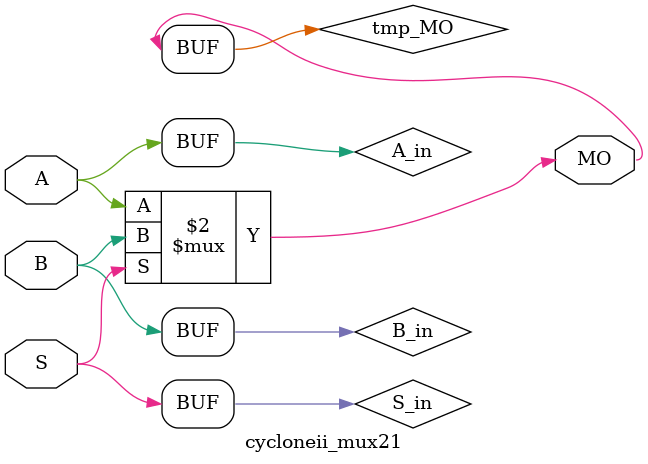
<source format=v>
module cycloneii_mux21 (MO, A, B, S);
   input A, B, S;
   output MO;
   wire A_in;
   wire B_in;
   wire S_in;
   buf(A_in, A);
   buf(B_in, B);
   buf(S_in, S);
   wire   tmp_MO;
   specify
      (A => MO) = (0, 0);
      (B => MO) = (0, 0);
      (S => MO) = (0, 0);
   endspecify
   assign tmp_MO = (S_in == 1) ? B_in : A_in;
   buf (MO, tmp_MO);
endmodule
</source>
